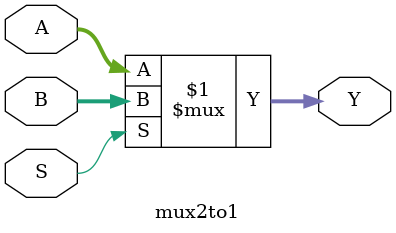
<source format=v>
`timescale 1ns / 1ps

module mux2to1 (
    output [63:0] Y,  // Output
    input  [63:0] A,  // Input 0
    input  [63:0] B,  // Input 1
    input         S   // Select
);
    // When S=0, Y=A; when S=1, Y=B
    assign Y = S ? B : A;
endmodule
</source>
